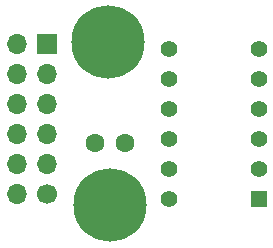
<source format=gbr>
%TF.GenerationSoftware,KiCad,Pcbnew,9.0.0*%
%TF.CreationDate,2025-09-30T20:54:45+02:00*%
%TF.ProjectId,hcms_pmod,68636d73-5f70-46d6-9f64-2e6b69636164,rev?*%
%TF.SameCoordinates,Original*%
%TF.FileFunction,Soldermask,Top*%
%TF.FilePolarity,Negative*%
%FSLAX46Y46*%
G04 Gerber Fmt 4.6, Leading zero omitted, Abs format (unit mm)*
G04 Created by KiCad (PCBNEW 9.0.0) date 2025-09-30 20:54:45*
%MOMM*%
%LPD*%
G01*
G04 APERTURE LIST*
%ADD10C,6.200000*%
%ADD11R,1.700000X1.700000*%
%ADD12O,1.700000X1.700000*%
%ADD13C,1.700000*%
%ADD14C,1.600000*%
%ADD15R,1.397000X1.397000*%
%ADD16C,1.397000*%
G04 APERTURE END LIST*
D10*
%TO.C,*%
X123635000Y-101410000D03*
%TD*%
D11*
%TO.C,J1*%
X118410000Y-101560000D03*
D12*
X118410000Y-104100000D03*
X118410000Y-106640000D03*
X118410000Y-109180000D03*
X118410000Y-111720000D03*
D13*
X118410000Y-114260000D03*
D12*
X115870000Y-101560000D03*
X115870000Y-104100000D03*
X115870000Y-106640000D03*
X115870000Y-109180000D03*
X115870000Y-111720000D03*
X115870000Y-114260000D03*
%TD*%
D14*
%TO.C,C1*%
X122550000Y-109950000D03*
X125050000Y-109950000D03*
%TD*%
D15*
%TO.C,U1*%
X136370000Y-114720000D03*
D16*
X136370000Y-112180000D03*
X136370000Y-109640000D03*
X136370000Y-107100000D03*
X136370000Y-104560000D03*
X136370000Y-102020000D03*
X128750000Y-102020000D03*
X128750000Y-104560000D03*
X128750000Y-107100000D03*
X128750000Y-109640000D03*
X128750000Y-112180000D03*
X128750000Y-114720000D03*
%TD*%
D10*
%TO.C,*%
X123740000Y-115238680D03*
%TD*%
M02*

</source>
